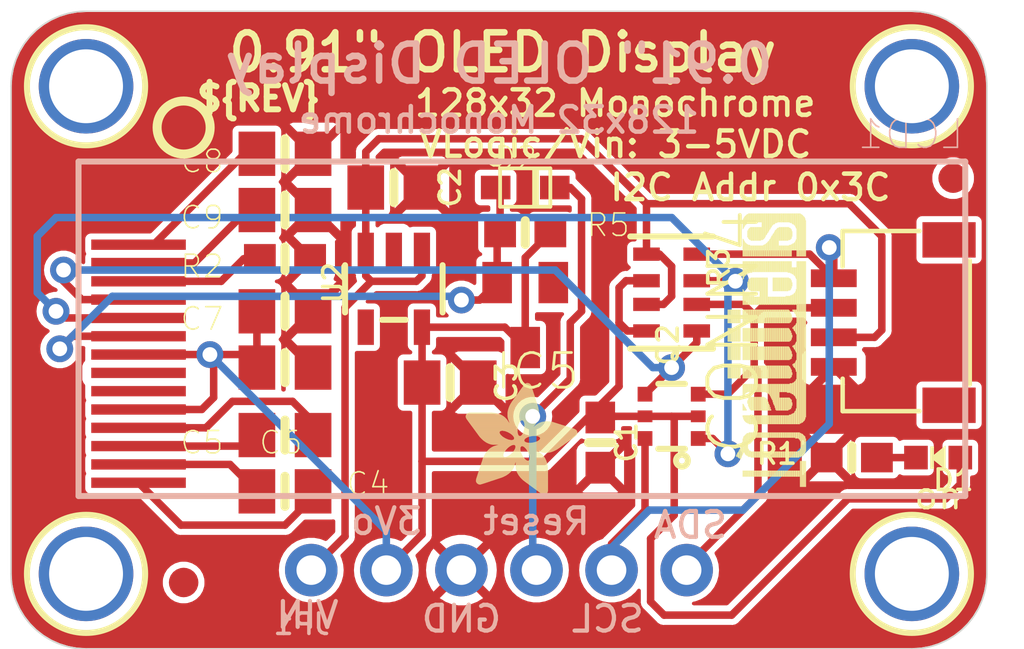
<source format=kicad_pcb>
(kicad_pcb (version 20221018) (generator pcbnew)
  (layers (0 "F.Cu" signal) (31 "B.Cu" signal) (34 "B.Paste" user) (35 "F.Paste" user) (36 "B.SilkS" user "B.Silkscreen") (37 "F.SilkS" user "F.Silkscreen") (38 "B.Mask" user) (39 "F.Mask" user) (44 "Edge.Cuts" user))
  (net 0 "")
  (net 1 "GND")
  (net 2 "SDA")
  (net 3 "SCL")
  (net 4 "SCL_3V")
  (net 5 "SDA_3V")
  (net 6 "3.3V")
  (net 7 "VCC")
  (net 8 "N$2")
  (net 9 "VBREF")
  (net 10 "N$1")
  (net 11 "N$3")
  (net 12 "N$4")
  (net 13 "N$5")
  (net 14 "N$6")
  (net 15 "N$7")
  (net 16 "N$8")
  (net 17 "RESET")
  (net 18 "RES_3V")
  (footprint "working:FIDUCIAL_1MM" (layer "F.Cu") (at 163.8681 99.8601 180)
    (fp_text reference "FID3" hide)
    (fp_text value "FIDUCIAL_1MM" hide)
    (pad "1" smd roundrect (at 0 0 180) (size 1 1) (layers "F.Cu" "F.Mask") (roundrect_rratio 0.5))
  )
  (footprint "working:RESPACK_4X0603" (layer "F.Cu") (at 154.3431 103.7336 -90)
    (fp_text reference "R3" (at -1.6 -1.6 90) (layer "F.SilkS") (effects (font (size 0.692831 0.692831) (thickness 0.119969)) (justify right)))
    (fp_text value "10K")
    (pad "1" smd rect (at -1.3 0.85 270) (size 0.45 0.9) (layers "F.Cu" "F.Paste" "F.Mask") (net 7 "VCC"))
    (pad "2" smd rect (at -0.4 0.85 270) (size 0.45 0.9) (layers "F.Cu" "F.Paste" "F.Mask") (net 6 "3.3V"))
    (pad "3" smd rect (at 0.4 0.85 270) (size 0.45 0.9) (layers "F.Cu" "F.Paste" "F.Mask") (net 7 "VCC"))
    (pad "4" smd rect (at 1.3 0.85 270) (size 0.45 0.9) (layers "F.Cu" "F.Paste" "F.Mask") (net 6 "3.3V"))
    (pad "5" smd rect (at 1.3 -0.85 270) (size 0.45 0.9) (layers "F.Cu" "F.Paste" "F.Mask") (net 5 "SDA_3V"))
    (pad "6" smd rect (at 0.4 -0.85 270) (size 0.45 0.9) (layers "F.Cu" "F.Paste" "F.Mask") (net 2 "SDA"))
    (pad "7" smd rect (at -0.4 -0.85 270) (size 0.45 0.9) (layers "F.Cu" "F.Paste" "F.Mask") (net 4 "SCL_3V"))
    (pad "8" smd rect (at -1.3 -0.85 270) (size 0.45 0.9) (layers "F.Cu" "F.Paste" "F.Mask") (net 3 "SCL"))
  )
  (footprint "working:0805-NO" (layer "F.Cu") (at 141.2621 110.4646)
    (fp_text reference "C4" (at 2.032 -0.254) (layer "F.SilkS") (effects (font (size 0.75948 0.75948) (thickness 0.05332)) (justify left)))
    (fp_text value "1uF")
    (pad "1" smd rect (at -0.95 0) (size 1.24 1.5) (layers "F.Cu" "F.Paste" "F.Mask") (net 11 "N$3"))
    (pad "2" smd rect (at 0.95 0) (size 1.24 1.5) (layers "F.Cu" "F.Paste" "F.Mask") (net 10 "N$1"))
  )
  (footprint "working:MOUNTINGHOLE_2.5_PLATED" (layer "F.Cu") (at 134.5311 113.2586 180)
    (fp_text reference "U$17" hide)
    (fp_text value "MOUNTINGHOLE2.5" hide)
    (pad "P$1" thru_hole circle (at 0 0 180) (size 3.2 3.2) (drill 2.5) (layers "*.Cu" "*.Mask"))
    (zone (net 0) (net_name "") (layer "F.Cu") (connect_pads (clearance 0)) (min_thickness 0.25)
      (keepout (tracks not_allowed) (vias not_allowed) (pads not_allowed) (copperpour not_allowed) (footprints allowed))
      (fill (thermal_gap 0.5) (thermal_bridge_width 0.5))
      (polygon (pts (xy 132.5151 113.2586) (xy 132.53472 113.539173) (xy 132.593196 113.814285) (xy 132.689392 114.078581) (xy 132.821435 114.326917) (xy 132.986754 114.55446) (xy 133.182133 114.75678) (xy 133.403767 114.92994) (xy 133.647344 115.070569) (xy 133.908122 115.17593) (xy 134.181025 115.243972) (xy 134.460743 115.273372) (xy 134.741829 115.263556) (xy 135.018815 115.214716) (xy 135.286307 115.127803) (xy 135.5391 115.004507) (xy 135.772274 114.84723) (xy 135.981289 114.659031) (xy 136.162078 114.443575) (xy 136.311122 114.205055) (xy 136.42552 113.948113) (xy 136.503046 113.67775) (xy 136.542189 113.399229) (xy 136.542189 113.117971) (xy 136.503046 112.83945) (xy 136.42552 112.569087) (xy 136.311122 112.312145) (xy 136.162078 112.073625) (xy 135.981289 111.858169) (xy 135.772274 111.66997) (xy 135.5391 111.512693) (xy 135.286307 111.389397) (xy 135.018815 111.302484) (xy 134.741829 111.253644) (xy 134.460743 111.243828) (xy 134.181025 111.273228) (xy 133.908122 111.34127) (xy 133.647344 111.446631) (xy 133.403767 111.58726) (xy 133.182133 111.76042) (xy 132.986754 111.96274) (xy 132.821435 112.190283) (xy 132.689392 112.438619) (xy 132.593196 112.702915) (xy 132.53472 112.978027)))
      (polygon (pts (xy 134.5471 113.2586) (xy 134.542414 113.247286) (xy 134.5311 113.2426) (xy 134.519786 113.247286) (xy 134.5151 113.2586) (xy 134.519786 113.269914) (xy 134.5311 113.2746) (xy 134.542414 113.269914)))
    )
  )
  (footprint "working:0603-NO" (layer "F.Cu") (at 141.2621 102.5906 180)
    (fp_text reference "R2" (at 2.032 -0.254) (layer "F.SilkS") (effects (font (size 0.75948 0.75948) (thickness 0.05332)) (justify right)))
    (fp_text value "390K")
    (pad "1" smd rect (at -0.85 0 180) (size 1.075 1) (layers "F.Cu" "F.Paste" "F.Mask") (net 1 "GND"))
    (pad "2" smd rect (at 0.85 0 180) (size 1.075 1) (layers "F.Cu" "F.Paste" "F.Mask") (net 15 "N$7"))
  )
  (footprint "working:0805-NO" (layer "F.Cu") (at 144.9451 100.1776)
    (fp_text reference "C2" (at 1.905 -0.762 90) (layer "F.SilkS") (effects (font (size 0.692831 0.692831) (thickness 0.119969)) (justify right)))
    (fp_text value "10uF")
    (pad "1" smd rect (at -0.95 0) (size 1.24 1.5) (layers "F.Cu" "F.Paste" "F.Mask") (net 7 "VCC"))
    (pad "2" smd rect (at 0.95 0) (size 1.24 1.5) (layers "F.Cu" "F.Paste" "F.Mask") (net 1 "GND"))
  )
  (footprint "working:0603-NO" (layer "F.Cu") (at 149.3901 101.7016)
    (fp_text reference "R5" (at 2.032 -0.254) (layer "F.SilkS") (effects (font (size 0.75948 0.75948) (thickness 0.05332)) (justify left)))
    (fp_text value "10K")
    (pad "1" smd rect (at -0.85 0) (size 1.075 1) (layers "F.Cu" "F.Paste" "F.Mask") (net 18 "RES_3V"))
    (pad "2" smd rect (at 0.85 0) (size 1.075 1) (layers "F.Cu" "F.Paste" "F.Mask") (net 6 "3.3V"))
  )
  (footprint "working:SOD-323F" (layer "F.Cu") (at 149.3901 100.1776)
    (fp_text reference "D2" (at -1.1 -1) (layer "F.SilkS") (effects (font (size 0.752978 0.752978) (thickness 0.059822)) (justify left)))
    (fp_text value "1N4148")
    (pad "A" smd rect (at -1 0) (size 1 0.8) (layers "F.Cu" "F.Paste" "F.Mask") (net 18 "RES_3V"))
    (pad "C" smd rect (at 1 0) (size 1 0.8) (layers "F.Cu" "F.Paste" "F.Mask") (net 17 "RESET"))
  )
  (footprint "working:SOT363" (layer "F.Cu") (at 154.3431 107.9246 90)
    (fp_text reference "Q2" (at 1.651 -0.127 90) (layer "F.SilkS") (effects (font (size 0.692831 0.692831) (thickness 0.119969)) (justify left)))
    (fp_text value "BSS138")
    (pad "1" smd rect (at -0.75 0.9 90) (size 0.5 0.5) (layers "F.Cu" "F.Paste" "F.Mask") (net 4 "SCL_3V"))
    (pad "2" smd rect (at 0 0.9 90) (size 0.4 0.5) (layers "F.Cu" "F.Paste" "F.Mask") (net 6 "3.3V"))
    (pad "3" smd rect (at 0.75 0.9 90) (size 0.5 0.5) (layers "F.Cu" "F.Paste" "F.Mask") (net 2 "SDA"))
    (pad "4" smd rect (at 0.75 -0.9 90) (size 0.5 0.5) (layers "F.Cu" "F.Paste" "F.Mask") (net 5 "SDA_3V"))
    (pad "5" smd rect (at 0 -0.9 90) (size 0.4 0.5) (layers "F.Cu" "F.Paste" "F.Mask") (net 6 "3.3V"))
    (pad "6" smd rect (at -0.75 -0.9 90) (size 0.5 0.5) (layers "F.Cu" "F.Paste" "F.Mask") (net 3 "SCL"))
  )
  (footprint "working:0805-NO" (layer "F.Cu") (at 141.2621 99.0346 180)
    (fp_text reference "C8" (at 2.032 -0.254) (layer "F.SilkS") (effects (font (size 0.75948 0.75948) (thickness 0.05332)) (justify right)))
    (fp_text value "10uF")
    (pad "1" smd rect (at -0.95 0 180) (size 1.24 1.5) (layers "F.Cu" "F.Paste" "F.Mask") (net 1 "GND"))
    (pad "2" smd rect (at 0.95 0 180) (size 1.24 1.5) (layers "F.Cu" "F.Paste" "F.Mask") (net 16 "N$8"))
  )
  (footprint "working:0603-NO" (layer "F.Cu") (at 160.4391 109.3216 180)
    (fp_text reference "R1" (at 1.778 0.127) (layer "F.SilkS") (effects (font (size 0.692831 0.692831) (thickness 0.119969)) (justify right)))
    (fp_text value "10K")
    (pad "1" smd rect (at -0.85 0 180) (size 1.075 1) (layers "F.Cu" "F.Paste" "F.Mask") (net 8 "N$2"))
    (pad "2" smd rect (at 0.85 0 180) (size 1.075 1) (layers "F.Cu" "F.Paste" "F.Mask") (net 1 "GND"))
  )
  (footprint "working:0805-NO" (layer "F.Cu") (at 141.2621 106.2736 180)
    (fp_text reference "C6" (at -0.635 -2.54) (layer "F.SilkS") (effects (font (size 0.75948 0.75948) (thickness 0.05332)) (justify right)))
    (fp_text value "1uF")
    (pad "1" smd rect (at -0.95 0 180) (size 1.24 1.5) (layers "F.Cu" "F.Paste" "F.Mask") (net 1 "GND"))
    (pad "2" smd rect (at 0.95 0 180) (size 1.24 1.5) (layers "F.Cu" "F.Paste" "F.Mask") (net 6 "3.3V"))
  )
  (footprint "working:ADAFRUIT_3.5MM" (layer "F.Cu") (at 147.3581 110.5916)
    (fp_text reference "U$22" hide)
    (fp_text value "" hide)
  )
  (footprint "working:0805-NO" (layer "F.Cu") (at 141.2621 100.9396 180)
    (fp_text reference "C9" (at 2.032 -0.254) (layer "F.SilkS") (effects (font (size 0.75948 0.75948) (thickness 0.05332)) (justify right)))
    (fp_text value "10uF")
    (pad "1" smd rect (at -0.95 0 180) (size 1.24 1.5) (layers "F.Cu" "F.Paste" "F.Mask") (net 1 "GND"))
    (pad "2" smd rect (at 0.95 0 180) (size 1.24 1.5) (layers "F.Cu" "F.Paste" "F.Mask") (net 14 "N$6"))
  )
  (footprint "working:SOT23-5" (layer "F.Cu") (at 144.9451 103.6066 180)
    (fp_text reference "U2" (at 2.032 -0.562 90) (layer "F.SilkS") (effects (font (size 0.692831 0.692831) (thickness 0.119969)) (justify left)))
    (fp_text value "AP2112K-3.3")
    (pad "1" smd rect (at -0.95 1.3001 180) (size 0.55 1.2) (layers "F.Cu" "F.Paste" "F.Mask") (net 7 "VCC"))
    (pad "2" smd rect (at 0 1.3001 180) (size 0.55 1.2) (layers "F.Cu" "F.Paste" "F.Mask") (net 1 "GND"))
    (pad "3" smd rect (at 0.95 1.3001 180) (size 0.55 1.2) (layers "F.Cu" "F.Paste" "F.Mask") (net 7 "VCC"))
    (pad "4" smd rect (at 0.95 -1.3001 180) (size 0.55 1.2) (layers "F.Cu" "F.Paste" "F.Mask"))
    (pad "5" smd rect (at -0.95 -1.3001 180) (size 0.55 1.2) (layers "F.Cu" "F.Paste" "F.Mask") (net 6 "3.3V"))
  )
  (footprint "working:SOT23" (layer "F.Cu") (at 149.3901 104.4956 180)
    (fp_text reference "IC5" (at -1.905 -1.905) (layer "F.SilkS") (effects (font (size 1.176528 1.176528) (thickness 0.093472)) (justify right)))
    (fp_text value "APX803")
    (pad "1" smd rect (at -0.95 1.1 180) (size 1 1.4) (layers "F.Cu" "F.Paste" "F.Mask") (net 1 "GND"))
    (pad "2" smd rect (at 0.95 1.1 180) (size 1 1.4) (layers "F.Cu" "F.Paste" "F.Mask") (net 18 "RES_3V"))
    (pad "3" smd rect (at 0 -1.1 180) (size 1 1.4) (layers "F.Cu" "F.Paste" "F.Mask") (net 6 "3.3V"))
  )
  (footprint "working:MOUNTINGHOLE_2.5_PLATED" (layer "F.Cu") (at 134.5311 96.7486 180)
    (fp_text reference "U$21" hide)
    (fp_text value "MOUNTINGHOLE2.5" hide)
    (pad "P$1" thru_hole circle (at 0 0 180) (size 3.2 3.2) (drill 2.5) (layers "*.Cu" "*.Mask"))
    (zone (net 0) (net_name "") (layer "F.Cu") (connect_pads (clearance 0)) (min_thickness 0.25)
      (keepout (tracks not_allowed) (vias not_allowed) (pads not_allowed) (copperpour not_allowed) (footprints allowed))
      (fill (thermal_gap 0.5) (thermal_bridge_width 0.5))
      (polygon (pts (xy 132.5151 96.7486) (xy 132.53472 97.029173) (xy 132.593196 97.304285) (xy 132.689392 97.568581) (xy 132.821435 97.816917) (xy 132.986754 98.04446) (xy 133.182133 98.24678) (xy 133.403767 98.41994) (xy 133.647344 98.560569) (xy 133.908122 98.66593) (xy 134.181025 98.733972) (xy 134.460743 98.763372) (xy 134.741829 98.753556) (xy 135.018815 98.704716) (xy 135.286307 98.617803) (xy 135.5391 98.494507) (xy 135.772274 98.33723) (xy 135.981289 98.149031) (xy 136.162078 97.933575) (xy 136.311122 97.695055) (xy 136.42552 97.438113) (xy 136.503046 97.16775) (xy 136.542189 96.889229) (xy 136.542189 96.607971) (xy 136.503046 96.32945) (xy 136.42552 96.059087) (xy 136.311122 95.802145) (xy 136.162078 95.563625) (xy 135.981289 95.348169) (xy 135.772274 95.15997) (xy 135.5391 95.002693) (xy 135.286307 94.879397) (xy 135.018815 94.792484) (xy 134.741829 94.743644) (xy 134.460743 94.733828) (xy 134.181025 94.763228) (xy 133.908122 94.83127) (xy 133.647344 94.936631) (xy 133.403767 95.07726) (xy 133.182133 95.25042) (xy 132.986754 95.45274) (xy 132.821435 95.680283) (xy 132.689392 95.928619) (xy 132.593196 96.192915) (xy 132.53472 96.468027)))
      (polygon (pts (xy 134.5471 96.7486) (xy 134.542414 96.737286) (xy 134.5311 96.7326) (xy 134.519786 96.737286) (xy 134.5151 96.7486) (xy 134.519786 96.759914) (xy 134.5311 96.7646) (xy 134.542414 96.759914)))
    )
  )
  (footprint "working:0805-NO" (layer "F.Cu") (at 146.8501 106.7816)
    (fp_text reference "C3" (at 1.905 -0.762 90) (layer "F.SilkS") (effects (font (size 0.692831 0.692831) (thickness 0.119969)) (justify right)))
    (fp_text value "10uF")
    (pad "1" smd rect (at -0.95 0) (size 1.24 1.5) (layers "F.Cu" "F.Paste" "F.Mask") (net 6 "3.3V"))
    (pad "2" smd rect (at 0.95 0) (size 1.24 1.5) (layers "F.Cu" "F.Paste" "F.Mask") (net 1 "GND"))
  )
  (footprint "working:FIDUCIAL_1MM" (layer "F.Cu") (at 137.8331 113.5507 180)
    (fp_text reference "FID4" hide)
    (fp_text value "FIDUCIAL_1MM" hide)
    (pad "1" smd roundrect (at 0 0 180) (size 1 1) (layers "F.Cu" "F.Mask") (roundrect_rratio 0.5))
  )
  (footprint "working:0805-NO" (layer "F.Cu") (at 141.2621 104.3686 180)
    (fp_text reference "C7" (at 2.032 -0.254) (layer "F.SilkS") (effects (font (size 0.75948 0.75948) (thickness 0.05332)) (justify right)))
    (fp_text value "1uF")
    (pad "1" smd rect (at -0.95 0 180) (size 1.24 1.5) (layers "F.Cu" "F.Paste" "F.Mask") (net 1 "GND"))
    (pad "2" smd rect (at 0.95 0 180) (size 1.24 1.5) (layers "F.Cu" "F.Paste" "F.Mask") (net 6 "3.3V"))
  )
  (footprint "working:MOUNTINGHOLE_2.5_PLATED" (layer "F.Cu") (at 162.4711 96.7486 180)
    (fp_text reference "U$19" hide)
    (fp_text value "MOUNTINGHOLE2.5" hide)
    (pad "P$1" thru_hole circle (at 0 0 180) (size 3.2 3.2) (drill 2.5) (layers "*.Cu" "*.Mask"))
    (zone (net 0) (net_name "") (layer "F.Cu") (connect_pads (clearance 0)) (min_thickness 0.25)
      (keepout (tracks not_allowed) (vias not_allowed) (pads not_allowed) (copperpour not_allowed) (footprints allowed))
      (fill (thermal_gap 0.5) (thermal_bridge_width 0.5))
      (polygon (pts (xy 160.4551 96.7486) (xy 160.47472 97.029173) (xy 160.533196 97.304285) (xy 160.629392 97.568581) (xy 160.761435 97.816917) (xy 160.926754 98.04446) (xy 161.122133 98.24678) (xy 161.343767 98.41994) (xy 161.587344 98.560569) (xy 161.848122 98.66593) (xy 162.121025 98.733972) (xy 162.400743 98.763372) (xy 162.681829 98.753556) (xy 162.958815 98.704716) (xy 163.226307 98.617803) (xy 163.4791 98.494507) (xy 163.712274 98.33723) (xy 163.921289 98.149031) (xy 164.102078 97.933575) (xy 164.251122 97.695055) (xy 164.36552 97.438113) (xy 164.443046 97.16775) (xy 164.482189 96.889229) (xy 164.482189 96.607971) (xy 164.443046 96.32945) (xy 164.36552 96.059087) (xy 164.251122 95.802145) (xy 164.102078 95.563625) (xy 163.921289 95.348169) (xy 163.712274 95.15997) (xy 163.4791 95.002693) (xy 163.226307 94.879397) (xy 162.958815 94.792484) (xy 162.681829 94.743644) (xy 162.400743 94.733828) (xy 162.121025 94.763228) (xy 161.848122 94.83127) (xy 161.587344 94.936631) (xy 161.343767 95.07726) (xy 161.122133 95.25042) (xy 160.926754 95.45274) (xy 160.761435 95.680283) (xy 160.629392 95.928619) (xy 160.533196 96.192915) (xy 160.47472 96.468027)))
      (polygon (pts (xy 162.4871 96.7486) (xy 162.482414 96.737286) (xy 162.4711 96.7326) (xy 162.459786 96.737286) (xy 162.4551 96.7486) (xy 162.459786 96.759914) (xy 162.4711 96.7646) (xy 162.482414 96.759914)))
    )
  )
  (footprint "working:PCBFEAT-REV-040" (layer "F.Cu") (at 137.8331 98.1456 180)
    (fp_text reference "U$25" hide)
    (fp_text value "" hide)
    (fp_text user "${REV}" (at -0.3556 0.508 180) (layer "F.SilkS") (effects (font (size 0.8128 0.8128) (thickness 0.2032)) (justify left bottom)))
  )
  (footprint "working:0603-NO" (layer "F.Cu") (at 151.9301 108.8136 -90)
    (fp_text reference "C1" (at -0.762 -0.889 90) (layer "F.SilkS") (effects (font (size 0.692831 0.692831) (thickness 0.119969)) (justify right)))
    (fp_text value "0.1uF")
    (pad "1" smd rect (at -0.85 0 270) (size 1.075 1) (layers "F.Cu" "F.Paste" "F.Mask") (net 6 "3.3V"))
    (pad "2" smd rect (at 0.85 0 270) (size 1.075 1) (layers "F.Cu" "F.Paste" "F.Mask") (net 1 "GND"))
  )
  (footprint "working:0805-NO" (layer "F.Cu") (at 141.2621 108.5596 180)
    (fp_text reference "C5" (at 2.032 -0.254) (layer "F.SilkS") (effects (font (size 0.75948 0.75948) (thickness 0.05332)) (justify right)))
    (fp_text value "1uF")
    (pad "1" smd rect (at -0.95 0 180) (size 1.24 1.5) (layers "F.Cu" "F.Paste" "F.Mask") (net 13 "N$5"))
    (pad "2" smd rect (at 0.95 0 180) (size 1.24 1.5) (layers "F.Cu" "F.Paste" "F.Mask") (net 12 "N$4"))
  )
  (footprint "working:MOUNTINGHOLE_2.5_PLATED" (layer "F.Cu") (at 162.4711 113.2586 180)
    (fp_text reference "U$1" hide)
    (fp_text value "MOUNTINGHOLE2.5" hide)
    (pad "P$1" thru_hole circle (at 0 0 180) (size 3.2 3.2) (drill 2.5) (layers "*.Cu" "*.Mask"))
    (zone (net 0) (net_name "") (layer "F.Cu") (connect_pads (clearance 0)) (min_thickness 0.25)
      (keepout (tracks not_allowed) (vias not_allowed) (pads not_allowed) (copperpour not_allowed) (footprints allowed))
      (fill (thermal_gap 0.5) (thermal_bridge_width 0.5))
      (polygon (pts (xy 160.4551 113.2586) (xy 160.47472 113.539173) (xy 160.533196 113.814285) (xy 160.629392 114.078581) (xy 160.761435 114.326917) (xy 160.926754 114.55446) (xy 161.122133 114.75678) (xy 161.343767 114.92994) (xy 161.587344 115.070569) (xy 161.848122 115.17593) (xy 162.121025 115.243972) (xy 162.400743 115.273372) (xy 162.681829 115.263556) (xy 162.958815 115.214716) (xy 163.226307 115.127803) (xy 163.4791 115.004507) (xy 163.712274 114.84723) (xy 163.921289 114.659031) (xy 164.102078 114.443575) (xy 164.251122 114.205055) (xy 164.36552 113.948113) (xy 164.443046 113.67775) (xy 164.482189 113.399229) (xy 164.482189 113.117971) (xy 164.443046 112.83945) (xy 164.36552 112.569087) (xy 164.251122 112.312145) (xy 164.102078 112.073625) (xy 163.921289 111.858169) (xy 163.712274 111.66997) (xy 163.4791 111.512693) (xy 163.226307 111.389397) (xy 162.958815 111.302484) (xy 162.681829 111.253644) (xy 162.400743 111.243828) (xy 162.121025 111.273228) (xy 161.848122 111.34127) (xy 161.587344 111.446631) (xy 161.343767 111.58726) (xy 161.122133 111.76042) (xy 160.926754 111.96274) (xy 160.761435 112.190283) (xy 160.629392 112.438619) (xy 160.533196 112.702915) (xy 160.47472 112.978027)))
      (polygon (pts (xy 162.4871 113.2586) (xy 162.482414 113.247286) (xy 162.4711 113.2426) (xy 162.459786 113.247286) (xy 162.4551 113.2586) (xy 162.459786 113.269914) (xy 162.4711 113.2746) (xy 162.482414 113.269914)))
    )
  )
  (footprint "working:STEMMAQT" (layer "F.Cu") (at 156.2481 101.0666 -90)
    (fp_text reference "U$31" hide)
    (fp_text value "" hide)
  )
  (footprint "working:JST_SH4" (layer "F.Cu") (at 162.3441 104.7496 90)
    (fp_text reference "CONN4" (at -4.6 -5.9 90) (layer "F.SilkS") (effects (font (size 1.647139 1.647139) (thickness 0.130861)) (justify left)))
    (fp_text value "STEMMA_I2C_QT" hide)
    (pad "1" smd rect (at -1.5 -2.514 180) (size 1.55 0.6) (layers "F.Cu" "F.Paste" "F.Mask") (net 1 "GND"))
    (pad "2" smd rect (at -0.5 -2.514 180) (size 1.55 0.6) (layers "F.Cu" "F.Paste" "F.Mask") (net 7 "VCC"))
    (pad "3" smd rect (at 0.5 -2.514 180) (size 1.55 0.6) (layers "F.Cu" "F.Paste" "F.Mask") (net 2 "SDA"))
    (pad "4" smd rect (at 1.5 -2.514 180) (size 1.55 0.6) (layers "F.Cu" "F.Paste" "F.Mask") (net 3 "SCL"))
    (pad "MT1" smd rect (at -2.8 1.386 180) (size 1.8 1.2) (layers "F.Cu" "F.Paste" "F.Mask"))
    (pad "MT2" smd rect (at 2.8 1.386 180) (size 1.8 1.2) (layers "F.Cu" "F.Paste" "F.Mask"))
  )
  (footprint "working:CHIPLED_0603_NOOUTLINE" (layer "F.Cu") (at 163.3601 109.3216 90)
    (fp_text reference "D1" (at -0.762 1.27) (layer "F.SilkS") (effects (font (size 0.692831 0.692831) (thickness 0.119969)) (justify right)))
    (fp_text value "GREEN")
    (pad "A" smd rect (at 0 0.75 90) (size 0.8 0.8) (layers "F.Cu" "F.Paste" "F.Mask") (net 6 "3.3V"))
    (pad "C" smd rect (at 0 -0.75 90) (size 0.8 0.8) (layers "F.Cu" "F.Paste" "F.Mask") (net 8 "N$2"))
  )
  (footprint "working:1X06_ROUND_70" (layer "B.Cu") (at 148.5011 113.1316)
    (fp_text reference "JP1" (at -7.6962 1.8288) (layer "B.SilkS") (effects (font (size 0.692831 0.692831) (thickness 0.119969)) (justify right mirror)))
    (fp_text value "")
    (pad "1" thru_hole circle (at -6.35 0 270) (size 1.778 1.778) (drill 1) (layers "*.Cu" "*.Mask") (net 7 "VCC"))
    (pad "2" thru_hole circle (at -3.81 0 270) (size 1.778 1.778) (drill 1) (layers "*.Cu" "*.Mask") (net 6 "3.3V"))
    (pad "3" thru_hole circle (at -1.27 0 270) (size 1.778 1.778) (drill 1) (layers "*.Cu" "*.Mask") (net 1 "GND"))
    (pad "4" thru_hole circle (at 1.27 0 270) (size 1.778 1.778) (drill 1) (layers "*.Cu" "*.Mask") (net 17 "RESET"))
    (pad "5" thru_hole circle (at 3.81 0 270) (size 1.778 1.778) (drill 1) (layers "*.Cu" "*.Mask") (net 3 "SCL"))
    (pad "6" thru_hole circle (at 6.35 0 270) (size 1.778 1.778) (drill 1) (layers "*.Cu" "*.Mask") (net 2 "SDA"))
  )
  (footprint "working:UG-2832HSWEG02_WRAPUNDER" (layer "B.Cu") (at 134.2771 104.8726 180)
    (fp_text reference "LCD1" (at -30 6.5) (layer "B.SilkS") (effects (font (size 0.96268 0.96268) (thickness 0.05332)) (justify left mirror)))
    (fp_text value "")
    (pad "1" smd rect (at -2.03 -5.3) (size 3.2 0.35) (layers "F.Cu" "F.Mask") (net 10 "N$1"))
    (pad "2" smd rect (at -2.03 -4.68) (size 3.2 0.35) (layers "F.Cu" "F.Mask") (net 11 "N$3"))
    (pad "3" smd rect (at -2.03 -4.06) (size 3.2 0.35) (layers "F.Cu" "F.Mask") (net 12 "N$4"))
    (pad "4" smd rect (at -2.03 -3.44) (size 3.2 0.35) (layers "F.Cu" "F.Mask") (net 13 "N$5"))
    (pad "5" smd rect (at -2.03 -2.82) (size 3.2 0.35) (layers "F.Cu" "F.Mask") (net 6 "3.3V"))
    (pad "6" smd rect (at -2.03 -2.2) (size 3.2 0.35) (layers "F.Cu" "F.Mask") (net 9 "VBREF"))
    (pad "7" smd rect (at -2.03 -1.58) (size 3.2 0.35) (layers "F.Cu" "F.Mask") (net 1 "GND"))
    (pad "8" smd rect (at -2.03 -0.96) (size 3.2 0.35) (layers "F.Cu" "F.Mask") (net 6 "3.3V"))
    (pad "9" smd rect (at -2.03 -0.34) (size 3.2 0.35) (layers "F.Cu" "F.Mask") (net 18 "RES_3V"))
    (pad "10" smd rect (at -2.03 0.28) (size 3.2 0.35) (layers "F.Cu" "F.Mask") (net 4 "SCL_3V"))
    (pad "11" smd rect (at -2.03 0.9) (size 3.2 0.35) (layers "F.Cu" "F.Mask") (net 5 "SDA_3V"))
    (pad "12" smd rect (at -2.03 1.52) (size 3.2 0.35) (layers "F.Cu" "F.Mask") (net 15 "N$7"))
    (pad "13" smd rect (at -2.03 2.14) (size 3.2 0.35) (layers "F.Cu" "F.Mask") (net 14 "N$6"))
    (pad "14" smd rect (at -2.03 2.76) (size 3.2 0.35) (layers "F.Cu" "F.Mask") (net 16 "N$8"))
  )
  (gr_arc (start 131.9911 96.7486) (mid 132.735049 94.952549) (end 134.5311 94.2086) (stroke (width 0.05)) (layer "Edge.Cuts"))
  (gr_line (start 134.5311 115.7986) (end 162.4711 115.7986) (stroke (width 0.05)) (layer "Edge.Cuts"))
  (gr_line (start 165.0111 113.2586) (end 165.0111 96.7486) (stroke (width 0.05)) (layer "Edge.Cuts"))
  (gr_arc (start 162.4711 94.2086) (mid 164.267151 94.952549) (end 165.0111 96.7486) (stroke (width 0.05)) (layer "Edge.Cuts"))
  (gr_line (start 131.9911 96.7486) (end 131.9911 113.2586) (stroke (width 0.05)) (layer "Edge.Cuts"))
  (gr_arc (start 134.5311 115.7986) (mid 132.735049 115.054651) (end 131.9911 113.2586) (stroke (width 0.05)) (layer "Edge.Cuts"))
  (gr_line (start 162.4711 94.2086) (end 134.5311 94.2086) (stroke (width 0.05)) (layer "Edge.Cuts"))
  (gr_arc (start 165.0111 113.2586) (mid 164.267151 115.054651) (end 162.4711 115.7986) (stroke (width 0.05)) (layer "Edge.Cuts"))
  (gr_text "GND" (at 147.2311 114.7826) (layer "B.SilkS") (effects (font (size 0.87376 0.87376) (thickness 0.14224)) (justify mirror)))
  (gr_text "Reset" (at 149.7711 111.4806) (layer "B.SilkS") (effects (font (size 0.87376 0.87376) (thickness 0.14224)) (justify mirror)))
  (gr_text "3Vo" (at 144.6911 111.4806) (layer "B.SilkS") (effects (font (size 0.87376 0.87376) (thickness 0.14224)) (justify mirror)))
  (gr_text "0.91\" OLED Display" (at 148.5011 95.9866) (layer "B.SilkS") (effects (font (size 1.25222 1.25222) (thickness 0.22098)) (justify mirror)))
  (gr_text "VIN" (at 142.0241 114.6556) (layer "B.SilkS") (effects (font (size 0.87376 0.87376) (thickness 0.14224)) (justify mirror)))
  (gr_text "128x32 Monochrome" (at 148.5011 97.8916) (layer "B.SilkS") (effects (font (size 0.8636 0.8636) (thickness 0.1524)) (justify mirror)))
  (gr_text "SDA" (at 154.9781 111.6076) (layer "B.SilkS") (effects (font (size 0.87376 0.87376) (thickness 0.14224)) (justify mirror)))
  (gr_text "SCL" (at 152.1841 114.7826) (layer "B.SilkS") (effects (font (size 0.87376 0.87376) (thickness 0.14224)) (justify mirror)))
  (gr_text "128x32 Monochrome\nVLogic/Vin: 3-5VDC" (at 152.4381 98.0186) (layer "F.SilkS") (effects (font (size 0.8636 0.8636) (thickness 0.1524))))
  (gr_text "on" (at 164.2491 110.0836) (layer "F.SilkS") (effects (font (size 0.89408 0.89408) (thickness 0.12192)) (justify right top)))
  (gr_text "0.91\" OLED Display" (at 148.6281 95.6056) (layer "F.SilkS") (effects (font (size 1.25222 1.25222) (thickness 0.22098))))
  (gr_text "I2C Addr 0x3C" (at 157.0101 100.1776) (layer "F.SilkS") (effects (font (size 0.8636 0.8636) (thickness 0.1524))))
  (segment (start 157.2641 110.5916) (end 154.8511 113.0046) (width 0.254) (layer "F.Cu") (net 2))
  (segment (start 155.1931 104.1336) (end 156.7751 104.1336) (width 0.254) (layer "F.Cu") (net 2))
  (segment (start 157.2641 110.5916) (end 157.2641 106.4006) (width 0.254) (layer "F.Cu") (net 2))
  (segment (start 157.1371 106.2736) (end 157.1371 104.4956) (width 0.254) (layer "F.Cu") (net 2))
  (segment (start 157.3831 104.2496) (end 159.8301 104.2496) (width 0.254) (layer "F.Cu") (net 2))
  (segment (start 155.2431 107.1746) (end 156.2361 107.1746) (width 0.254) (layer "F.Cu") (net 2))
  (segment (start 156.7751 104.1336) (end 157.1371 104.4956) (width 0.254) (layer "F.Cu") (net 2))
  (segment (start 157.1371 104.4956) (end 157.3831 104.2496) (width 0.254) (layer "F.Cu") (net 2))
  (segment (start 156.2361 107.1746) (end 157.1371 106.2736) (width 0.254) (layer "F.Cu") (net 2))
  (segment (start 157.2641 106.4006) (end 157.1371 106.2736) (width 0.254) (layer "F.Cu") (net 2))
  (segment (start 154.8511 113.1316) (end 154.8511 113.0046) (width 0.254) (layer "F.Cu") (net 2))
  (segment (start 152.3111 112.2426) (end 152.3111 113.1316) (width 0.254) (layer "F.Cu") (net 3))
  (segment (start 159.8301 103.2496) (end 159.8301 102.3626) (width 0.254) (layer "F.Cu") (net 3))
  (segment (start 153.4431 111.1106) (end 152.3111 112.2426) (width 0.254) (layer "F.Cu") (net 3))
  (segment (start 153.4431 108.6746) (end 153.4431 111.1106) (width 0.254) (layer "F.Cu") (net 3))
  (segment (start 159.0141 102.4336) (end 159.8301 103.2496) (width 0.254) (layer "F.Cu") (net 3))
  (segment (start 159.8301 102.3626) (end 159.6771 102.2096) (width 0.254) (layer "F.Cu") (net 3))
  (segment (start 155.1931 102.4336) (end 159.0141 102.4336) (width 0.254) (layer "F.Cu") (net 3))
  (via (at 159.6771 102.2096) (size 0.9064) (drill 0.5) (layers "F.Cu" "B.Cu") (net 3))
  (segment (start 153.5811 111.0996) (end 152.3111 112.3696) (width 0.254) (layer "B.Cu") (net 3))
  (segment (start 159.6771 108.1786) (end 156.7561 111.0996) (width 0.254) (layer "B.Cu") (net 3))
  (segment (start 159.6771 102.2096) (end 159.6771 108.1786) (width 0.254) (layer "B.Cu") (net 3))
  (segment (start 156.7561 111.0996) (end 153.5811 111.0996) (width 0.254) (layer "B.Cu") (net 3))
  (segment (start 152.3111 112.3696) (end 152.3111 113.1316) (width 0.254) (layer "B.Cu") (net 3))
  (segment (start 133.6421 104.3686) (end 133.5151 104.3686) (width 0.254) (layer "F.Cu") (net 4))
  (segment (start 155.7281 108.6746) (end 156.2481 109.1946) (width 0.254) (layer "F.Cu") (net 4))
  (segment (start 155.2431 108.6746) (end 155.7281 108.6746) (width 0.254) (layer "F.Cu") (net 4))
  (segment (start 156.5021 103.3502) (end 156.4855 103.3336) (width 0.254) (layer "F.Cu") (net 4))
  (segment (start 156.4855 103.3336) (end 155.1931 103.3336) (width 0.254) (layer "F.Cu") (net 4))
  (segment (start 136.3071 104.5926) (end 133.8661 104.5926) (width 0.254) (layer "F.Cu") (net 4))
  (segment (start 133.8661 104.5926) (end 133.6421 104.3686) (width 0.254) (layer "F.Cu") (net 4))
  (via (at 133.5151 104.3686) (size 0.9064) (drill 0.5) (layers "F.Cu" "B.Cu") (net 4))
  (via (at 156.5021 103.3502) (size 0.9064) (drill 0.5) (layers "F.Cu" "B.Cu") (net 4))
  (via (at 156.2481 109.1946) (size 0.9064) (drill 0.5) (layers "F.Cu" "B.Cu") (net 4))
  (segment (start 133.5151 101.1936) (end 154.3455 101.1936) (width 0.254) (layer "B.Cu") (net 4))
  (segment (start 154.3455 101.1936) (end 156.5021 103.3502) (width 0.254) (layer "B.Cu") (net 4))
  (segment (start 156.2481 109.1946) (end 156.2481 103.6042) (width 0.254) (layer "B.Cu") (net 4))
  (segment (start 133.5151 104.3686) (end 132.8801 103.7336) (width 0.254) (layer "B.Cu") (net 4))
  (segment (start 132.8801 101.8286) (end 133.5151 101.1936) (width 0.254) (layer "B.Cu") (net 4))
  (segment (start 156.2481 103.6042) (end 156.5021 103.3502) (width 0.254) (layer "B.Cu") (net 4))
  (segment (start 132.8801 103.7336) (end 132.8801 101.8286) (width 0.254) (layer "B.Cu") (net 4))
  (segment (start 154.3436 106.2741) (end 155.1931 105.4246) (width 0.254) (layer "F.Cu") (net 5))
  (segment (start 133.7691 103.3526) (end 133.7691 102.9716) (width 0.254) (layer "F.Cu") (net 5))
  (segment (start 134.3891 103.9726) (end 133.7691 103.3526) (width 0.254) (layer "F.Cu") (net 5))
  (segment (start 136.3071 103.9726) (end 134.3891 103.9726) (width 0.254) (layer "F.Cu") (net 5))
  (segment (start 155.1931 105.4246) (end 155.1931 105.0336) (width 0.254) (layer "F.Cu") (net 5))
  (segment (start 153.4431 107.1746) (end 154.3436 106.2741) (width 0.254) (layer "F.Cu") (net 5))
  (via (at 133.7691 102.9716) (size 0.9064) (drill 0.5) (layers "F.Cu" "B.Cu") (net 5))
  (via (at 154.3436 106.2741) (size 0.9064) (drill 0.5) (layers "F.Cu" "B.Cu") (net 5))
  (segment (start 153.7086 106.2741) (end 154.3436 106.2741) (width 0.254) (layer "B.Cu") (net 5))
  (segment (start 133.7691 102.9716) (end 150.4061 102.9716) (width 0.254) (layer "B.Cu") (net 5))
  (segment (start 150.4061 102.9716) (end 153.7086 106.2741) (width 0.254) (layer "B.Cu") (net 5))
  (segment (start 152.8491 105.0336) (end 152.5651 104.7496) (width 0.254) (layer "F.Cu") (net 6))
  (segment (start 154.4311 111.2656) (end 154.4311 108.0126) (width 0.254) (layer "F.Cu") (net 6))
  (segment (start 138.8491 107.2896) (end 138.8491 105.8326) (width 0.254) (layer "F.Cu") (net 6))
  (segment (start 153.4431 107.9246) (end 152.4381 107.9246) (width 0.254) (layer "F.Cu") (net 6))
  (segment (start 153.6319 112.0648) (end 154.4311 111.2656) (width 0.254) (layer "F.Cu") (net 6))
  (segment (start 152.3111 107.9246) (end 151.9301 107.5436) (width 0.254) (layer "F.Cu") (net 6))
  (segment (start 153.6319 114.1984) (end 153.6319 112.0648) (width 0.254) (layer "F.Cu") (net 6))
  (segment (start 164.1101 109.3216) (end 164.1101 110.2226) (width 0.254) (layer "F.Cu") (net 6))
  (segment (start 164.1101 110.2226) (end 163.6141 110.7186) (width 0.254) (layer "F.Cu") (net 6))
  (segment (start 151.9691 107.9246) (end 152.3111 107.9246) (width 0.254) (layer "F.Cu") (net 6))
  (segment (start 154.3431 107.9246) (end 153.4431 107.9246) (width 0.254) (layer "F.Cu") (net 6))
  (segment (start 152.5651 104.7496) (end 152.5651 103.5686) (width 0.254) (layer "F.Cu") (net 6))
  (segment (start 138.8491 105.8326) (end 138.7221 105.8326) (width 0.254) (layer "F.Cu") (net 6))
  (segment (start 145.9001 109.4486) (end 150.0251 109.4486) (width 0.254) (layer "F.Cu") (net 6))
  (segment (start 154.4311 108.0126) (end 154.3431 107.9246) (width 0.254) (layer "F.Cu") (net 6))
  (segment (start 145.9001 104.9117) (end 145.9001 106.7816) (width 0.254) (layer "F.Cu") (net 6))
  (segment (start 148.7012 104.9067) (end 145.8951 104.9067) (width 0.254) (layer "F.Cu") (net 6))
  (segment (start 152.4381 107.9246) (end 152.3111 107.9246) (width 0.254) (layer "F.Cu") (net 6))
  (segment (start 152.5651 103.5686) (end 152.8001 103.3336) (width 0.254) (layer "F.Cu") (net 6))
  (segment (start 140.3121 105.8926) (end 140.3121 104.3686) (width 0.254) (layer "F.Cu") (net 6))
  (segment (start 145.9001 106.7816) (end 145.9001 109.4486) (width 0.254) (layer "F.Cu") (net 6))
  (segment (start 145.8951 104.9067) (end 145.9001 104.9117) (width 0.254) (layer "F.Cu") (net 6))
  (segment (start 136.3071 107.6926) (end 138.4461 107.6926) (width 0.254) (layer "F.Cu") (net 6))
  (segment (start 145.9001 109.4486) (end 145.9001 111.9226) (width 0.254) (layer "F.Cu") (net 6))
  (segment (start 149.3901 102.5516) (end 149.3901 105.5956) (width 0.254) (layer "F.Cu") (net 6))
  (segment (start 163.6141 110.7186) (end 160.3121 110.7186) (width 0.254) (layer "F.Cu") (net 6))
  (segment (start 151.9301 107.5436) (end 152.5651 106.9086) (width 0.254) (layer "F.Cu") (net 6))
  (segment (start 155.2431 107.9246) (end 154.3431 107.9246) (width 0.254) (layer "F.Cu") (net 6))
  (segment (start 136.3071 105.8326) (end 138.7221 105.8326) (width 0.254) (layer "F.Cu") (net 6))
  (segment (start 140.2521 105.8326) (end 138.8491 105.8326) (width 0.254) (layer "F.Cu") (net 6))
  (segment (start 145.9001 111.9226) (end 144.6911 113.1316) (width 0.254) (layer "F.Cu") (net 6))
  (segment (start 152.5651 106.9086) (end 152.5651 104.7496) (width 0.254) (layer "F.Cu") (net 6))
  (segment (start 160.3121 110.7186) (end 156.3751 114.6556) (width 0.254) (layer "F.Cu") (net 6))
  (segment (start 153.4931 103.3336) (end 152.8001 103.3336) (width 0.254) (layer "F.Cu") (net 6))
  (segment (start 151.9301 107.9636) (end 151.9691 107.9246) (width 0.254) (layer "F.Cu") (net 6))
  (segment (start 154.0891 114.6556) (end 153.6319 114.1984) (width 0.254) (layer "F.Cu") (net 6))
  (segment (start 150.0251 109.4486) (end 151.9301 107.5436) (width 0.254) (layer "F.Cu") (net 6))
  (segment (start 153.4931 105.0336) (end 152.8491 105.0336) (width 0.254) (layer "F.Cu") (net 6))
  (segment (start 150.2401 101.7016) (end 149.3901 102.5516) (width 0.254) (layer "F.Cu") (net 6))
  (segment (start 149.3901 105.5956) (end 148.7012 104.9067) (width 0.254) (layer "F.Cu") (net 6))
  (segment (start 140.3121 105.8926) (end 140.2521 105.8326) (width 0.254) (layer "F.Cu") (net 6))
  (segment (start 138.4461 107.6926) (end 138.8491 107.2896) (width 0.254) (layer "F.Cu") (net 6))
  (segment (start 140.3121 106.2736) (end 140.3121 105.8926) (width 0.254) (layer "F.Cu") (net 6))
  (segment (start 156.3751 114.6556) (end 154.0891 114.6556) (width 0.254) (layer "F.Cu") (net 6))
  (via (at 138.7221 105.8326) (size 0.9064) (drill 0.5) (layers "F.Cu" "B.Cu") (net 6))
  (segment (start 138.7221 105.8326) (end 144.6911 111.8016) (width 0.254) (layer "B.Cu") (net 6))
  (segment (start 144.6911 111.8016) (end 144.6911 113.1316) (width 0.254) (layer "B.Cu") (net 6))
  (segment (start 143.2941 104.2416) (end 143.2941 111.9886) (width 0.254) (layer "F.Cu") (net 7))
  (segment (start 144.1831 103.3526) (end 143.2941 104.2416) (width 0.254) (layer "F.Cu") (net 7))
  (segment (start 143.9951 103.1646) (end 144.1831 103.3526) (width 0.254) (layer "F.Cu") (net 7))
  (segment (start 161.4551 105.0036) (end 161.4551 101.8286) (width 0.254) (layer "F.Cu") (net 7))
  (segment (start 144.1831 103.3526) (end 145.7071 103.3526) (width 0.254) (layer "F.Cu") (net 7))
  (segment (start 151.2951 98.5266) (end 153.4931 100.7246) (width 0.254) (layer "F.Cu") (net 7))
  (segment (start 161.2091 105.2496) (end 161.4551 105.0036) (width 0.254) (layer "F.Cu") (net 7))
  (segment (start 143.9951 102.3065) (end 143.9951 103.1646) (width 0.254) (layer "F.Cu") (net 7))
  (segment (start 145.7071 103.3526) (end 145.8951 103.1646) (width 0.254) (layer "F.Cu") (net 7))
  (segment (start 154.3431 102.8446) (end 154.3431 103.8606) (width 0.254) (layer "F.Cu") (net 7))
  (segment (start 143.9951 100.1776) (end 143.9951 98.9686) (width 0.254) (layer "F.Cu") (net 7))
  (segment (start 145.8951 102.3065) (end 145.8951 103.1646) (width 0.254) (layer "F.Cu") (net 7))
  (segment (start 144.4371 98.5266) (end 151.2951 98.5266) (width 0.254) (layer "F.Cu") (net 7))
  (segment (start 143.2941 111.9886) (end 142.1511 113.1316) (width 0.254) (layer "F.Cu") (net 7))
  (segment (start 154.0701 104.1336) (end 153.4931 104.1336) (width 0.254) (layer "F.Cu") (net 7))
  (segment (start 143.9951 100.1776) (end 143.9951 102.3065) (width 0.254) (layer "F.Cu") (net 7))
  (segment (start 160.3511 100.7246) (end 153.4931 100.7246) (width 0.254) (layer "F.Cu") (net 7))
  (segment (start 161.4551 101.8286) (end 160.3511 100.7246) (width 0.254) (layer "F.Cu") (net 7))
  (segment (start 159.8301 105.2496) (end 161.2091 105.2496) (width 0.254) (layer "F.Cu") (net 7))
  (segment (start 153.9321 102.4336) (end 154.3431 102.8446) (width 0.254) (layer "F.Cu") (net 7))
  (segment (start 153.4931 100.7246) (end 153.4931 102.4336) (width 0.254) (layer "F.Cu") (net 7))
  (segment (start 153.4931 102.4336) (end 153.9321 102.4336) (width 0.254) (layer "F.Cu") (net 7))
  (segment (start 143.9951 98.9686) (end 144.4371 98.5266) (width 0.254) (layer "F.Cu") (net 7))
  (segment (start 154.3431 103.8606) (end 154.0701 104.1336) (width 0.254) (layer "F.Cu") (net 7))
  (segment (start 162.6101 109.3216) (end 161.2891 109.3216) (width 0.254) (layer "F.Cu") (net 8))
  (segment (start 142.2121 110.4646) (end 142.2121 110.6576) (width 0.254) (layer "F.Cu") (net 10))
  (segment (start 136.3071 110.1726) (end 137.7421 111.6076) (width 0.254) (layer "F.Cu") (net 10))
  (segment (start 141.2621 111.6076) (end 137.7421 111.6076) (width 0.254) (layer "F.Cu") (net 10))
  (segment (start 142.2121 110.6576) (end 141.2621 111.6076) (width 0.254) (layer "F.Cu") (net 10))
  (segment (start 136.3071 109.5526) (end 139.4001 109.5526) (width 0.254) (layer "F.Cu") (net 11))
  (segment (start 139.4001 109.5526) (end 140.3121 110.4646) (width 0.254) (layer "F.Cu") (net 11))
  (segment (start 136.3071 108.9326) (end 139.9391 108.9326) (width 0.254) (layer "F.Cu") (net 12))
  (segment (start 139.9391 108.9326) (end 140.3121 108.5596) (width 0.254) (layer "F.Cu") (net 12))
  (segment (start 136.3071 108.3126) (end 138.5881 108.3126) (width 0.254) (layer "F.Cu") (net 13))
  (segment (start 138.5881 108.3126) (end 139.4841 107.4166) (width 0.254) (layer "F.Cu") (net 13))
  (segment (start 139.4841 107.4166) (end 141.5161 107.4166) (width 0.254) (layer "F.Cu") (net 13))
  (segment (start 142.2121 108.1126) (end 142.2121 108.5596) (width 0.254) (layer "F.Cu") (net 13))
  (segment (start 141.5161 107.4166) (end 142.2121 108.1126) (width 0.254) (layer "F.Cu") (net 13))
  (segment (start 138.1991 102.7326) (end 139.9921 100.9396) (width 0.254) (layer "F.Cu") (net 14))
  (segment (start 139.9921 100.9396) (end 140.3121 100.9396) (width 0.254) (layer "F.Cu") (net 14))
  (segment (start 136.3071 102.7326) (end 138.1991 102.7326) (width 0.254) (layer "F.Cu") (net 14))
  (segment (start 139.1031 103.3526) (end 139.8651 102.5906) (width 0.254) (layer "F.Cu") (net 15))
  (segment (start 136.3071 103.3526) (end 139.1031 103.3526) (width 0.254) (layer "F.Cu") (net 15))
  (segment (start 139.8651 102.5906) (end 140.4121 102.5906) (width 0.254) (layer "F.Cu") (net 15))
  (segment (start 139.8931 99.0346) (end 136.8151 102.1126) (width 0.254) (layer "F.Cu") (net 16))
  (segment (start 136.3071 102.1126) (end 136.8151 102.1126) (width 0.254) (layer "F.Cu") (net 16))
  (segment (start 139.8931 99.0346) (end 140.3121 99.0346) (width 0.254) (layer "F.Cu") (net 16))
  (segment (start 150.9141 104.7496) (end 150.9141 106.6546) (width 0.254) (layer "F.Cu") (net 17))
  (segment (start 150.9141 106.6546) (end 149.6441 107.9246) (width 0.254) (layer "F.Cu") (net 17))
  (segment (start 151.2951 104.3686) (end 150.9141 104.7496) (width 0.254) (layer "F.Cu") (net 17))
  (segment (start 151.2951 100.5586) (end 151.2951 104.3686) (width 0.254) (layer "F.Cu") (net 17))
  (segment (start 150.3901 100.1776) (end 150.9141 100.1776) (width 0.254) (layer "F.Cu") (net 17))
  (segment (start 150.9141 100.1776) (end 151.2951 100.5586) (width 0.254) (layer "F.Cu") (net 17))
  (via (at 149.6441 107.9246) (size 0.9064) (drill 0.5) (layers "F.Cu" "B.Cu") (net 17))
  (segment (start 149.6441 107.9246) (end 149.6441 113.0046) (width 0.254) (layer "B.Cu") (net 17))
  (segment (start 149.6441 113.0046) (end 149.7711 113.1316) (width 0.254) (layer "B.Cu") (net 17))
  (segment (start 136.3071 105.2126) (end 134.0681 105.2126) (width 0.254) (layer "F.Cu") (net 18))
  (segment (start 134.0681 105.2126) (end 133.6421 105.6386) (width 0.254) (layer "F.Cu") (net 18))
  (segment (start 148.5401 100.3276) (end 148.3901 100.1776) (width 0.254) (layer "F.Cu") (net 18))
  (segment (start 148.4401 101.8016) (end 148.5401 101.7016) (width 0.254) (layer "F.Cu") (net 18))
  (segment (start 147.2311 103.9876) (end 147.8481 103.9876) (width 0.254) (layer "F.Cu") (net 18))
  (segment (start 148.4401 103.3956) (end 148.4401 101.8016) (width 0.254) (layer "F.Cu") (net 18))
  (segment (start 148.5401 101.7016) (end 148.5401 100.3276) (width 0.254) (layer "F.Cu") (net 18))
  (segment (start 147.8481 103.9876) (end 148.4401 103.3956) (width 0.254) (layer "F.Cu") (net 18))
  (via (at 147.2311 103.9876) (size 0.9064) (drill 0.5) (layers "F.Cu" "B.Cu") (net 18))
  (via (at 133.6421 105.6386) (size 0.9064) (drill 0.5) (layers "F.Cu" "B.Cu") (net 18))
  (segment (start 133.6421 105.6386) (end 135.4201 103.8606) (width 0.254) (layer "B.Cu") (net 18))
  (segment (start 135.4201 103.8606) (end 147.1041 103.8606) (width 0.254) (layer "B.Cu") (net 18))
  (segment (start 147.1041 103.8606) (end 147.2311 103.9876) (width 0.254) (layer "B.Cu") (net 18))
  (zone (net 1) (net_name "GND") (layer "F.Cu") (priority 6) (connect_pads (clearance 0.000001)) (min_thickness 0.127) (fill yes (thermal_gap 0.304) (thermal_bridge_width 0.304))
    (polygon (pts (xy 165.1381 115.7986) (xy 131.8641 115.7986) (xy 131.8641 93.8276) (xy 165.1381 93.8276)))
  )
)
</source>
